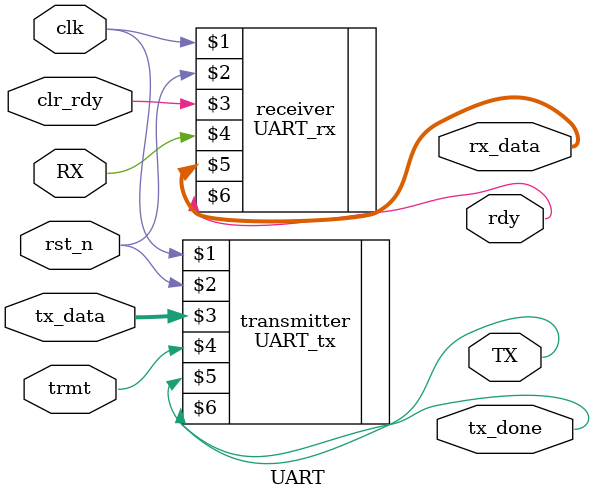
<source format=sv>
module UART(clk, rst_n, tx_data, trmt, clr_rdy, RX, TX, tx_done, rx_data, rdy);

	input clk, rst_n;
	input trmt;
	input[7:0] tx_data;
	input clr_rdy;
	input RX;

	output TX;
	output tx_done;
	output[7:0] rx_data;
	output rdy;

	UART_tx transmitter(clk, rst_n, tx_data, trmt, TX, tx_done);
	UART_rx receiver   (clk, rst_n, clr_rdy, RX, rx_data, rdy);

endmodule

</source>
